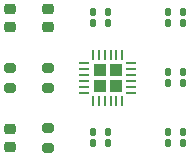
<source format=gbr>
G04 #@! TF.GenerationSoftware,KiCad,Pcbnew,9.0.2+dfsg-1*
G04 #@! TF.CreationDate,2025-06-12T17:09:33+08:00*
G04 #@! TF.ProjectId,i2c_led,6932635f-6c65-4642-9e6b-696361645f70,b*
G04 #@! TF.SameCoordinates,Original*
G04 #@! TF.FileFunction,Paste,Top*
G04 #@! TF.FilePolarity,Positive*
%FSLAX46Y46*%
G04 Gerber Fmt 4.6, Leading zero omitted, Abs format (unit mm)*
G04 Created by KiCad (PCBNEW 9.0.2+dfsg-1) date 2025-06-12 17:09:33*
%MOMM*%
%LPD*%
G01*
G04 APERTURE LIST*
G04 Aperture macros list*
%AMRoundRect*
0 Rectangle with rounded corners*
0 $1 Rounding radius*
0 $2 $3 $4 $5 $6 $7 $8 $9 X,Y pos of 4 corners*
0 Add a 4 corners polygon primitive as box body*
4,1,4,$2,$3,$4,$5,$6,$7,$8,$9,$2,$3,0*
0 Add four circle primitives for the rounded corners*
1,1,$1+$1,$2,$3*
1,1,$1+$1,$4,$5*
1,1,$1+$1,$6,$7*
1,1,$1+$1,$8,$9*
0 Add four rect primitives between the rounded corners*
20,1,$1+$1,$2,$3,$4,$5,0*
20,1,$1+$1,$4,$5,$6,$7,0*
20,1,$1+$1,$6,$7,$8,$9,0*
20,1,$1+$1,$8,$9,$2,$3,0*%
G04 Aperture macros list end*
%ADD10RoundRect,0.225000X0.250000X-0.225000X0.250000X0.225000X-0.250000X0.225000X-0.250000X-0.225000X0*%
%ADD11RoundRect,0.200000X0.275000X-0.200000X0.275000X0.200000X-0.275000X0.200000X-0.275000X-0.200000X0*%
%ADD12RoundRect,0.067500X-0.157500X-0.257500X0.157500X-0.257500X0.157500X0.257500X-0.157500X0.257500X0*%
%ADD13RoundRect,0.250000X0.295000X-0.295000X0.295000X0.295000X-0.295000X0.295000X-0.295000X-0.295000X0*%
%ADD14RoundRect,0.062500X0.062500X-0.350000X0.062500X0.350000X-0.062500X0.350000X-0.062500X-0.350000X0*%
%ADD15RoundRect,0.062500X0.350000X-0.062500X0.350000X0.062500X-0.350000X0.062500X-0.350000X-0.062500X0*%
%ADD16RoundRect,0.225000X-0.250000X0.225000X-0.250000X-0.225000X0.250000X-0.225000X0.250000X0.225000X0*%
G04 APERTURE END LIST*
D10*
G04 #@! TO.C,C1*
X144145000Y-92215000D03*
X144145000Y-90665000D03*
G04 #@! TD*
D11*
G04 #@! TO.C,R2*
X144145000Y-97345000D03*
X144145000Y-95695000D03*
G04 #@! TD*
D12*
G04 #@! TO.C,D4*
X147965000Y-101125000D03*
X147965000Y-102075000D03*
X149215000Y-102075000D03*
X149215000Y-101125000D03*
G04 #@! TD*
G04 #@! TO.C,D1*
X154315000Y-101125000D03*
X154315000Y-102075000D03*
X155565000Y-102075000D03*
X155565000Y-101125000D03*
G04 #@! TD*
D13*
G04 #@! TO.C,U1*
X148550000Y-97195000D03*
X149900000Y-97195000D03*
X148550000Y-95845000D03*
X149900000Y-95845000D03*
D14*
X147975000Y-98482500D03*
X148475000Y-98482500D03*
X148975000Y-98482500D03*
X149475000Y-98482500D03*
X149975000Y-98482500D03*
X150475000Y-98482500D03*
D15*
X151187500Y-97770000D03*
X151187500Y-97270000D03*
X151187500Y-96770000D03*
X151187500Y-96270000D03*
X151187500Y-95770000D03*
X151187500Y-95270000D03*
D14*
X150475000Y-94557500D03*
X149975000Y-94557500D03*
X149475000Y-94557500D03*
X148975000Y-94557500D03*
X148475000Y-94557500D03*
X147975000Y-94557500D03*
D15*
X147262500Y-95270000D03*
X147262500Y-95770000D03*
X147262500Y-96270000D03*
X147262500Y-96770000D03*
X147262500Y-97270000D03*
X147262500Y-97770000D03*
G04 #@! TD*
D12*
G04 #@! TO.C,D3*
X154315000Y-90965000D03*
X154315000Y-91915000D03*
X155565000Y-91915000D03*
X155565000Y-90965000D03*
G04 #@! TD*
G04 #@! TO.C,D5*
X147965000Y-90965000D03*
X147965000Y-91915000D03*
X149215000Y-91915000D03*
X149215000Y-90965000D03*
G04 #@! TD*
D11*
G04 #@! TO.C,R3*
X144145000Y-102425000D03*
X144145000Y-100775000D03*
G04 #@! TD*
D12*
G04 #@! TO.C,D2*
X154315000Y-96045000D03*
X154315000Y-96995000D03*
X155565000Y-96995000D03*
X155565000Y-96045000D03*
G04 #@! TD*
D16*
G04 #@! TO.C,C3*
X140970000Y-100825000D03*
X140970000Y-102375000D03*
G04 #@! TD*
D11*
G04 #@! TO.C,R1*
X140970000Y-97345000D03*
X140970000Y-95695000D03*
G04 #@! TD*
D10*
G04 #@! TO.C,C2*
X140970000Y-92215000D03*
X140970000Y-90665000D03*
G04 #@! TD*
M02*

</source>
